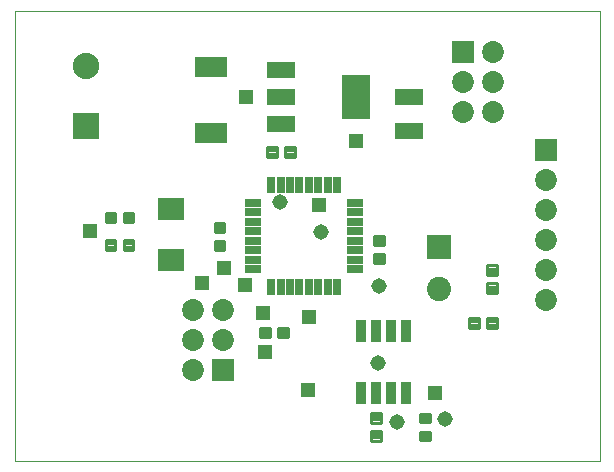
<source format=gts>
G75*
%MOIN*%
%OFA0B0*%
%FSLAX24Y24*%
%IPPOS*%
%LPD*%
%AMOC8*
5,1,8,0,0,1.08239X$1,22.5*
%
%ADD10C,0.0000*%
%ADD11R,0.0300X0.0580*%
%ADD12R,0.0580X0.0300*%
%ADD13C,0.0107*%
%ADD14R,0.0880X0.0780*%
%ADD15R,0.0730X0.0730*%
%ADD16C,0.0730*%
%ADD17R,0.0330X0.0730*%
%ADD18C,0.0095*%
%ADD19R,0.0808X0.0808*%
%ADD20C,0.0808*%
%ADD21R,0.0880X0.0880*%
%ADD22C,0.0880*%
%ADD23R,0.1080X0.0680*%
%ADD24R,0.0980X0.0530*%
%ADD25R,0.0980X0.0580*%
%ADD26R,0.0930X0.1480*%
%ADD27C,0.0516*%
%ADD28R,0.0516X0.0516*%
D10*
X000180Y002280D02*
X000180Y017280D01*
X019680Y017280D01*
X019680Y002280D01*
X000180Y002280D01*
D11*
X008728Y008080D03*
X009043Y008080D03*
X009358Y008080D03*
X009673Y008080D03*
X009987Y008080D03*
X010302Y008080D03*
X010617Y008080D03*
X010932Y008080D03*
X010932Y011460D03*
X010617Y011460D03*
X010302Y011460D03*
X009987Y011460D03*
X009673Y011460D03*
X009358Y011460D03*
X009043Y011460D03*
X008728Y011460D03*
D12*
X008140Y010872D03*
X008140Y010557D03*
X008140Y010242D03*
X008140Y009927D03*
X008140Y009612D03*
X008140Y009297D03*
X008140Y008983D03*
X008140Y008668D03*
X011520Y008668D03*
X011520Y008983D03*
X011520Y009297D03*
X011520Y009612D03*
X011520Y009927D03*
X011520Y010242D03*
X011520Y010557D03*
X011520Y010872D03*
D13*
X012159Y009781D02*
X012159Y009459D01*
X012159Y009781D02*
X012481Y009781D01*
X012481Y009459D01*
X012159Y009459D01*
X012159Y009566D02*
X012481Y009566D01*
X012481Y009673D02*
X012159Y009673D01*
X012159Y009780D02*
X012481Y009780D01*
X012159Y009181D02*
X012159Y008859D01*
X012159Y009181D02*
X012481Y009181D01*
X012481Y008859D01*
X012159Y008859D01*
X012159Y008966D02*
X012481Y008966D01*
X012481Y009073D02*
X012159Y009073D01*
X012159Y009180D02*
X012481Y009180D01*
X015339Y007031D02*
X015661Y007031D01*
X015661Y006709D01*
X015339Y006709D01*
X015339Y007031D01*
X015339Y006816D02*
X015661Y006816D01*
X015661Y006923D02*
X015339Y006923D01*
X015339Y007030D02*
X015661Y007030D01*
X015939Y007031D02*
X016261Y007031D01*
X016261Y006709D01*
X015939Y006709D01*
X015939Y007031D01*
X015939Y006816D02*
X016261Y006816D01*
X016261Y006923D02*
X015939Y006923D01*
X015939Y007030D02*
X016261Y007030D01*
X015939Y007869D02*
X015939Y008191D01*
X016261Y008191D01*
X016261Y007869D01*
X015939Y007869D01*
X015939Y007976D02*
X016261Y007976D01*
X016261Y008083D02*
X015939Y008083D01*
X015939Y008190D02*
X016261Y008190D01*
X015939Y008469D02*
X015939Y008791D01*
X016261Y008791D01*
X016261Y008469D01*
X015939Y008469D01*
X015939Y008576D02*
X016261Y008576D01*
X016261Y008683D02*
X015939Y008683D01*
X015939Y008790D02*
X016261Y008790D01*
X012391Y003871D02*
X012391Y003549D01*
X012069Y003549D01*
X012069Y003871D01*
X012391Y003871D01*
X012391Y003656D02*
X012069Y003656D01*
X012069Y003763D02*
X012391Y003763D01*
X012391Y003870D02*
X012069Y003870D01*
X012391Y003271D02*
X012391Y002949D01*
X012069Y002949D01*
X012069Y003271D01*
X012391Y003271D01*
X012391Y003056D02*
X012069Y003056D01*
X012069Y003163D02*
X012391Y003163D01*
X012391Y003270D02*
X012069Y003270D01*
X009291Y006399D02*
X008969Y006399D01*
X008969Y006721D01*
X009291Y006721D01*
X009291Y006399D01*
X009291Y006506D02*
X008969Y006506D01*
X008969Y006613D02*
X009291Y006613D01*
X009291Y006720D02*
X008969Y006720D01*
X008691Y006399D02*
X008369Y006399D01*
X008369Y006721D01*
X008691Y006721D01*
X008691Y006399D01*
X008691Y006506D02*
X008369Y006506D01*
X008369Y006613D02*
X008691Y006613D01*
X008691Y006720D02*
X008369Y006720D01*
X007171Y009289D02*
X007171Y009611D01*
X007171Y009289D02*
X006849Y009289D01*
X006849Y009611D01*
X007171Y009611D01*
X007171Y009396D02*
X006849Y009396D01*
X006849Y009503D02*
X007171Y009503D01*
X007171Y009610D02*
X006849Y009610D01*
X007171Y009889D02*
X007171Y010211D01*
X007171Y009889D02*
X006849Y009889D01*
X006849Y010211D01*
X007171Y010211D01*
X007171Y009996D02*
X006849Y009996D01*
X006849Y010103D02*
X007171Y010103D01*
X007171Y010210D02*
X006849Y010210D01*
X008589Y012409D02*
X008911Y012409D01*
X008589Y012409D02*
X008589Y012731D01*
X008911Y012731D01*
X008911Y012409D01*
X008911Y012516D02*
X008589Y012516D01*
X008589Y012623D02*
X008911Y012623D01*
X008911Y012730D02*
X008589Y012730D01*
X009189Y012409D02*
X009511Y012409D01*
X009189Y012409D02*
X009189Y012731D01*
X009511Y012731D01*
X009511Y012409D01*
X009511Y012516D02*
X009189Y012516D01*
X009189Y012623D02*
X009511Y012623D01*
X009511Y012730D02*
X009189Y012730D01*
X004141Y010229D02*
X003819Y010229D01*
X003819Y010551D01*
X004141Y010551D01*
X004141Y010229D01*
X004141Y010336D02*
X003819Y010336D01*
X003819Y010443D02*
X004141Y010443D01*
X004141Y010550D02*
X003819Y010550D01*
X003541Y010229D02*
X003219Y010229D01*
X003219Y010551D01*
X003541Y010551D01*
X003541Y010229D01*
X003541Y010336D02*
X003219Y010336D01*
X003219Y010443D02*
X003541Y010443D01*
X003541Y010550D02*
X003219Y010550D01*
X003209Y009309D02*
X003531Y009309D01*
X003209Y009309D02*
X003209Y009631D01*
X003531Y009631D01*
X003531Y009309D01*
X003531Y009416D02*
X003209Y009416D01*
X003209Y009523D02*
X003531Y009523D01*
X003531Y009630D02*
X003209Y009630D01*
X003809Y009309D02*
X004131Y009309D01*
X003809Y009309D02*
X003809Y009631D01*
X004131Y009631D01*
X004131Y009309D01*
X004131Y009416D02*
X003809Y009416D01*
X003809Y009523D02*
X004131Y009523D01*
X004131Y009630D02*
X003809Y009630D01*
D14*
X005380Y008980D03*
X005380Y010680D03*
D15*
X007120Y005300D03*
X015110Y015900D03*
X017890Y012640D03*
D16*
X017890Y011640D03*
X017890Y010640D03*
X017890Y009640D03*
X017890Y008640D03*
X017890Y007640D03*
X016110Y013900D03*
X016110Y014900D03*
X016110Y015900D03*
X015110Y014900D03*
X015110Y013900D03*
X007120Y007300D03*
X006120Y007300D03*
X006120Y006300D03*
X007120Y006300D03*
X006120Y005300D03*
D17*
X011710Y004550D03*
X012210Y004550D03*
X012710Y004550D03*
X013210Y004550D03*
X013210Y006610D03*
X012710Y006610D03*
X012210Y006610D03*
X011710Y006610D03*
D18*
X014038Y003853D02*
X014038Y003567D01*
X013702Y003567D01*
X013702Y003853D01*
X014038Y003853D01*
X014038Y003661D02*
X013702Y003661D01*
X013702Y003755D02*
X014038Y003755D01*
X014038Y003849D02*
X013702Y003849D01*
X014038Y003253D02*
X014038Y002967D01*
X013702Y002967D01*
X013702Y003253D01*
X014038Y003253D01*
X014038Y003061D02*
X013702Y003061D01*
X013702Y003155D02*
X014038Y003155D01*
X014038Y003249D02*
X013702Y003249D01*
D19*
X014310Y009399D03*
D20*
X014310Y008021D03*
D21*
X002570Y013450D03*
D22*
X002570Y015450D03*
D23*
X006710Y015390D03*
X006710Y013190D03*
D24*
X013330Y013265D03*
X013330Y014415D03*
D25*
X009050Y014400D03*
X009050Y013500D03*
X009050Y015300D03*
D26*
X011550Y014400D03*
D27*
X009010Y010890D03*
X010400Y009900D03*
X012310Y008110D03*
X012300Y005550D03*
X012910Y003560D03*
X014530Y003680D03*
D28*
X014200Y004550D03*
X009970Y004650D03*
X008540Y005910D03*
X008450Y007220D03*
X007860Y008140D03*
X007160Y008690D03*
X006410Y008190D03*
X009980Y007060D03*
X010310Y010810D03*
X011550Y012950D03*
X007900Y014420D03*
X002700Y009930D03*
M02*

</source>
